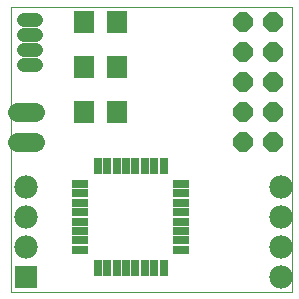
<source format=gts>
G75*
%MOIN*%
%OFA0B0*%
%FSLAX24Y24*%
%IPPOS*%
%LPD*%
%AMOC8*
5,1,8,0,0,1.08239X$1,22.5*
%
%ADD10C,0.0000*%
%ADD11R,0.0540X0.0260*%
%ADD12R,0.0260X0.0540*%
%ADD13OC8,0.0640*%
%ADD14C,0.0640*%
%ADD15R,0.0670X0.0749*%
%ADD16C,0.0453*%
%ADD17C,0.0780*%
%ADD18R,0.0780X0.0780*%
D10*
X000535Y000300D02*
X000535Y009796D01*
X009905Y009796D01*
X009905Y000300D01*
X000535Y000300D01*
D11*
X002845Y001698D03*
X002845Y002013D03*
X002845Y002328D03*
X002845Y002643D03*
X002845Y002957D03*
X002845Y003272D03*
X002845Y003587D03*
X002845Y003902D03*
X006225Y003902D03*
X006225Y003587D03*
X006225Y003272D03*
X006225Y002957D03*
X006225Y002643D03*
X006225Y002328D03*
X006225Y002013D03*
X006225Y001698D03*
D12*
X005637Y001110D03*
X005322Y001110D03*
X005008Y001110D03*
X004693Y001110D03*
X004378Y001110D03*
X004063Y001110D03*
X003748Y001110D03*
X003433Y001110D03*
X003433Y004490D03*
X003748Y004490D03*
X004063Y004490D03*
X004378Y004490D03*
X004693Y004490D03*
X005008Y004490D03*
X005322Y004490D03*
X005637Y004490D03*
D13*
X008285Y005300D03*
X009285Y005300D03*
X009285Y006300D03*
X008285Y006300D03*
X008285Y007300D03*
X009285Y007300D03*
X009285Y008300D03*
X008285Y008300D03*
X008285Y009300D03*
X009285Y009300D03*
D14*
X001335Y006300D02*
X000735Y006300D01*
X000735Y005300D02*
X001335Y005300D01*
D15*
X002984Y006300D03*
X004086Y006300D03*
X004086Y007800D03*
X002984Y007800D03*
X002984Y009300D03*
X004086Y009300D03*
D16*
X001392Y009350D02*
X000978Y009350D01*
X000978Y008850D02*
X001392Y008850D01*
X001392Y008350D02*
X000978Y008350D01*
X000978Y007850D02*
X001392Y007850D01*
D17*
X001035Y003800D03*
X001035Y002800D03*
X001035Y001800D03*
X009535Y001800D03*
X009535Y000800D03*
X009535Y002800D03*
X009535Y003800D03*
D18*
X001035Y000800D03*
M02*

</source>
